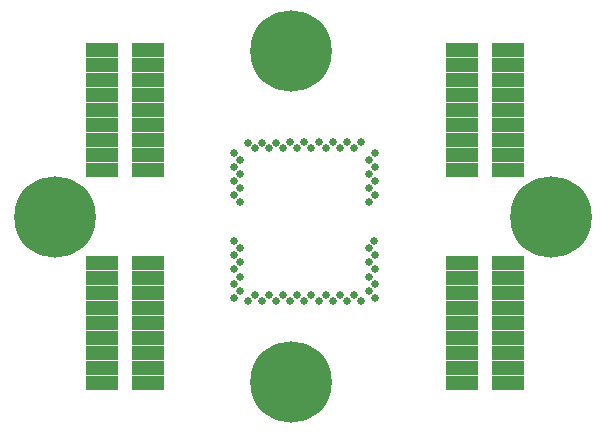
<source format=gbr>
G04 #@! TF.FileFunction,Soldermask,Top*
%FSLAX46Y46*%
G04 Gerber Fmt 4.6, Leading zero omitted, Abs format (unit mm)*
G04 Created by KiCad (PCBNEW 4.0.5) date Monday, February 26, 2018 'PMt' 04:13:09 PM*
%MOMM*%
%LPD*%
G01*
G04 APERTURE LIST*
%ADD10C,0.100000*%
%ADD11R,2.800000X1.160000*%
%ADD12C,6.900000*%
%ADD13C,0.644000*%
G04 APERTURE END LIST*
D10*
D11*
X137840000Y-101080000D03*
X133940000Y-101080000D03*
X137840000Y-99810000D03*
X133940000Y-99810000D03*
X137840000Y-98540000D03*
X133940000Y-98540000D03*
X137840000Y-97270000D03*
X133940000Y-97270000D03*
X137840000Y-96000000D03*
X133940000Y-96000000D03*
X137840000Y-94730000D03*
X133940000Y-94730000D03*
X137840000Y-93460000D03*
X133940000Y-93460000D03*
X137840000Y-92190000D03*
X133940000Y-92190000D03*
X137840000Y-90920000D03*
X133940000Y-90920000D03*
X164420000Y-90920000D03*
X168320000Y-90920000D03*
X164420000Y-92190000D03*
X168320000Y-92190000D03*
X164420000Y-93460000D03*
X168320000Y-93460000D03*
X164420000Y-94730000D03*
X168320000Y-94730000D03*
X164420000Y-96000000D03*
X168320000Y-96000000D03*
X164420000Y-97270000D03*
X168320000Y-97270000D03*
X164420000Y-98540000D03*
X168320000Y-98540000D03*
X164420000Y-99810000D03*
X168320000Y-99810000D03*
X164420000Y-101080000D03*
X168320000Y-101080000D03*
X164420000Y-108920000D03*
X168320000Y-108920000D03*
X164420000Y-110190000D03*
X168320000Y-110190000D03*
X164420000Y-111460000D03*
X168320000Y-111460000D03*
X164420000Y-112730000D03*
X168320000Y-112730000D03*
X164420000Y-114000000D03*
X168320000Y-114000000D03*
X164420000Y-115270000D03*
X168320000Y-115270000D03*
X164420000Y-116540000D03*
X168320000Y-116540000D03*
X164420000Y-117810000D03*
X168320000Y-117810000D03*
X164420000Y-119080000D03*
X168320000Y-119080000D03*
X137840000Y-119080000D03*
X133940000Y-119080000D03*
X137840000Y-117810000D03*
X133940000Y-117810000D03*
X137840000Y-116540000D03*
X133940000Y-116540000D03*
X137840000Y-115270000D03*
X133940000Y-115270000D03*
X137840000Y-114000000D03*
X133940000Y-114000000D03*
X137840000Y-112730000D03*
X133940000Y-112730000D03*
X137840000Y-111460000D03*
X133940000Y-111460000D03*
X137840000Y-110190000D03*
X133940000Y-110190000D03*
X137840000Y-108920000D03*
X133940000Y-108920000D03*
D12*
X150000000Y-91000000D03*
X150000000Y-119000000D03*
X172000000Y-105000000D03*
X130000000Y-105000000D03*
D13*
X145640000Y-103780000D03*
X145140000Y-103180000D03*
X145640000Y-102580000D03*
X145140000Y-101980000D03*
X145630000Y-101380000D03*
X145130000Y-100780000D03*
X145630000Y-100180000D03*
X145130000Y-99580000D03*
X157050000Y-111880000D03*
X156550000Y-111280000D03*
X157050000Y-110680000D03*
X156550000Y-110080000D03*
X157040000Y-109480000D03*
X156540000Y-108880000D03*
X157040000Y-108280000D03*
X156540000Y-107680000D03*
X157030000Y-107080000D03*
X145176001Y-111878727D03*
X145666001Y-111278727D03*
X145166001Y-110678727D03*
X145666001Y-110078727D03*
X145166001Y-109478727D03*
X145656001Y-108878727D03*
X145156001Y-108278727D03*
X145656001Y-107678727D03*
X145156001Y-107078727D03*
X146300000Y-112140000D03*
X146900000Y-111640000D03*
X147500000Y-112140000D03*
X148100000Y-111640000D03*
X148700000Y-112130000D03*
X149300000Y-111630000D03*
X149900000Y-112130000D03*
X150500000Y-111630000D03*
X155900000Y-112110000D03*
X155300000Y-111620000D03*
X154700000Y-112120000D03*
X154100000Y-111620000D03*
X153500000Y-112120000D03*
X152900000Y-111630000D03*
X152300000Y-112130000D03*
X151700000Y-111630000D03*
X151100000Y-112130000D03*
X155900000Y-98710000D03*
X155300000Y-99210000D03*
X154700000Y-98710000D03*
X154100000Y-99210000D03*
X153500000Y-98720000D03*
X152900000Y-99220000D03*
X152300000Y-98720000D03*
X151700000Y-99220000D03*
X151100000Y-98720000D03*
X150500000Y-99220000D03*
X149900000Y-98720000D03*
X149300000Y-99220000D03*
X148700000Y-98730000D03*
X148100000Y-99230000D03*
X147500000Y-98730000D03*
X146900000Y-99230000D03*
X146300000Y-98740000D03*
X157050000Y-99580000D03*
X156560000Y-100180000D03*
X157060000Y-100780000D03*
X156560000Y-101380000D03*
X157060000Y-101980000D03*
X156570000Y-102580000D03*
X157070000Y-103180000D03*
X156570000Y-103780000D03*
M02*

</source>
